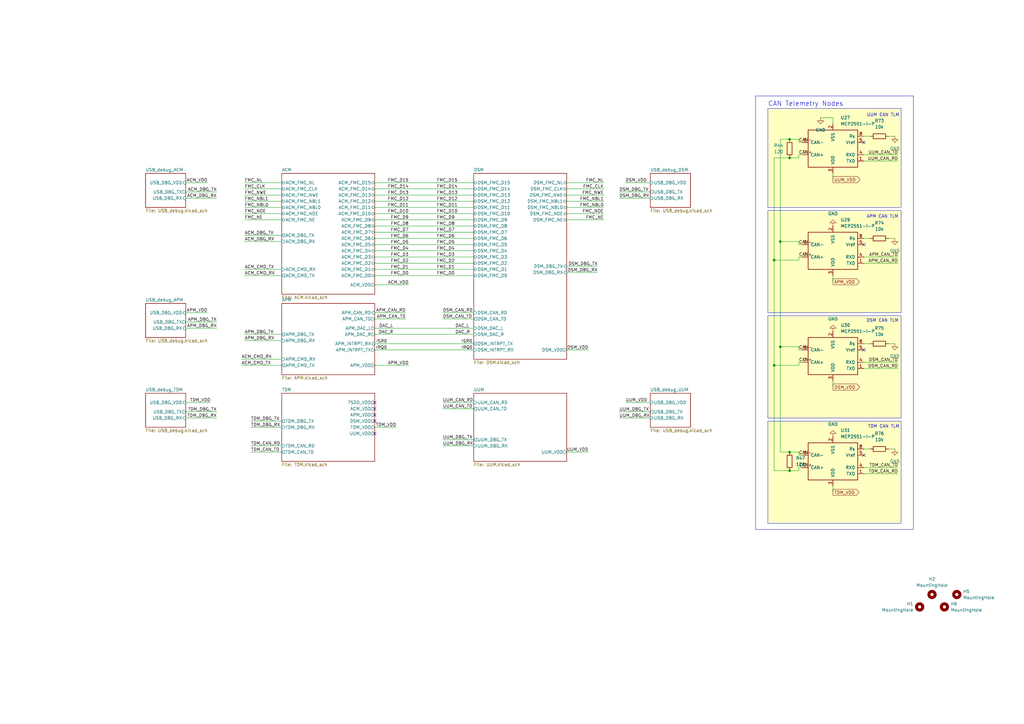
<source format=kicad_sch>
(kicad_sch (version 20250114) (generator "eeschema") (generator_version "9.0")
  (paper "A3")
  (title_block (date "2025-06") (rev "2"))
  (lib_symbols
    (symbol "Device:R" (pin_numbers (hide yes)) (pin_names (offset 0))
      (property "Reference" "R" (at 2.032 0 90))
      (property "Value" "R" (at 0 0 90))
      (symbol "R_0_1"
        (rectangle (start -1.016 -2.54) (end 1.016 2.54) (stroke (width 0.254)))
      )
      (symbol "R_1_1"
        (pin passive line (at 0 3.81 270) (length 1.27) (name "~") (number "1"))
        (pin passive line (at 0 -3.81 90) (length 1.27) (name "~") (number "2"))
      )
    )
    (symbol "Interface_CAN_LIN_pos_neg:MCP2551-I-P" (pin_names (offset 1.016))
      (property "Reference" "U" (at -10.16 8.89 0))
      (property "Value" "MCP2551-I-P" (at 2.54 8.89 0))
      (symbol "MCP2551-I-P_0_1"
        (rectangle (start -10.16 7.62) (end 10.16 -7.62) (stroke (width 0.254)) (fill (type background)))
      )
      (symbol "MCP2551-I-P_1_1"
        (pin input line (at -12.7 5.08 0) (length 2.54) (name "TXD") (number "1"))
        (pin output line (at -12.7 2.54 0) (length 2.54) (name "RXD") (number "4"))
        (pin power_out line (at -12.7 -2.54 0) (length 2.54) (name "Vref") (number "5"))
        (pin input line (at -12.7 -5.08 0) (length 2.54) (name "Rs") (number "8"))
        (pin power_in line (at 0 10.16 270) (length 2.54) (name "VDD") (number "3"))
        (pin power_in line (at 0 -10.16 90) (length 2.54) (name "VSS") (number "2"))
        (pin bidirectional line (at 12.7 2.54 180) (length 2.54) (name "CAN+") (number "7"))
        (pin bidirectional line (at 12.7 -2.54 180) (length 2.54) (name "CAN-") (number "6"))
      )
    )
    (symbol "Mechanical:MountingHole" (pin_names (offset 1.016)) (in_bom no)
      (property "Reference" "H" (at 0 5.08 0))
      (property "Value" "MountingHole" (at 0 3.175 0))
      (symbol "MountingHole_0_1"
        (circle (center 0 0) (radius 1.27) (stroke (width 1.27)))
      )
    )
    (symbol "power:GND" (power) (pin_numbers (hide yes)) (pin_names (offset 0) (hide yes))
      (property "Value" "GND" (at 0 -3.81 0))
      (symbol "GND_0_1"
        (polyline (pts (xy 0 0) (xy 0 -1.27) (xy 1.27 -1.27) (xy 0 -2.54) (xy -1.27 -1.27) (xy 0 -1.27)))
      )
      (symbol "GND_1_1"
        (pin power_in line (at 0 0 270) (length 0) (name "~") (number "1"))
      )
    )
  )
  (rectangle (start 314.96 44.45) (end 369.57 85.09) (fill (type color) (color 255 255 194 1)))
  (rectangle (start 309.88 39.37) (end 374.65 217.17))
  (rectangle (start 314.96 86.36) (end 369.57 128.27) (fill (type color) (color 255 255 194 1)))
  (rectangle (start 314.96 129.54) (end 369.57 171.45) (fill (type color) (color 255 255 194 1)))
  (rectangle (start 314.96 172.72) (end 369.57 214.63) (fill (type color) (color 255 255 194 1)))
  (text "TDM CAN TLM" (at 362.458 175.006 0) (effects (font (size 1.27 1.27))))
  (text "CAN Telemetry Nodes" (at 330.454 42.672 0) (effects (font (size 1.905 1.905))))
  (text "DSM CAN TLM" (at 361.95 131.572 0) (effects (font (size 1.27 1.27))))
  (text "APM CAN TLM" (at 361.95 88.9 0) (effects (font (size 1.27 1.27))))
  (text "UUM CAN TLM" (at 362.204 47.244 0) (effects (font (size 1.27 1.27))))
  (junction (at 317.5 106.68))
  (junction (at 323.85 185.42))
  (junction (at 317.5 149.86))
  (junction (at 323.85 57.15))
  (junction (at 320.04 142.24))
  (junction (at 320.04 99.06))
  (junction (at 323.85 64.77))
  (junction (at 323.85 193.04))
  (no_connect (at 153.67 177.8))
  (no_connect (at 153.67 165.1))
  (no_connect (at 354.33 100.33))
  (no_connect (at 354.33 143.51))
  (no_connect (at 153.67 172.72))
  (no_connect (at 153.67 170.18))
  (no_connect (at 354.33 186.69))
  (no_connect (at 354.33 58.42))
  (no_connect (at 153.67 167.64))
  (wire (pts (xy 102.87 175.26) (xy 115.57 175.26)))
  (wire (pts (xy 88.9 132.08) (xy 76.2 132.08)))
  (wire (pts (xy 354.33 66.04) (xy 368.3 66.04)))
  (wire (pts (xy 153.67 97.79) (xy 194.31 97.79)))
  (wire (pts (xy 245.11 111.76) (xy 232.41 111.76)))
  (wire (pts (xy 162.56 175.26) (xy 153.67 175.26)))
  (wire (pts (xy 88.9 81.28) (xy 76.2 81.28)))
  (wire (pts (xy 327.66 57.15) (xy 327.66 58.42)))
  (wire (pts (xy 167.64 116.84) (xy 153.67 116.84)))
  (wire (pts (xy 327.66 148.59) (xy 328.93 148.59)))
  (wire (pts (xy 254 78.74) (xy 266.7 78.74)))
  (wire (pts (xy 88.9 171.45) (xy 76.2 171.45)))
  (wire (pts (xy 102.87 185.42) (xy 115.57 185.42)))
  (wire (pts (xy 245.11 109.22) (xy 232.41 109.22)))
  (wire (pts (xy 317.5 64.77) (xy 317.5 106.68)))
  (wire (pts (xy 364.49 55.88) (xy 367.03 55.88)))
  (wire (pts (xy 247.65 90.17) (xy 232.41 90.17)))
  (wire (pts (xy 100.33 82.55) (xy 115.57 82.55)))
  (wire (pts (xy 181.61 165.1) (xy 194.31 165.1)))
  (wire (pts (xy 166.37 128.27) (xy 153.67 128.27)))
  (wire (pts (xy 99.06 149.86) (xy 115.57 149.86)))
  (wire (pts (xy 153.67 110.49) (xy 194.31 110.49)))
  (wire (pts (xy 254 171.45) (xy 266.7 171.45)))
  (wire (pts (xy 328.93 100.33) (xy 327.66 100.33)))
  (wire (pts (xy 354.33 97.79) (xy 356.87 97.79)))
  (wire (pts (xy 181.61 128.27) (xy 194.31 128.27)))
  (wire (pts (xy 323.85 57.15) (xy 327.66 57.15)))
  (wire (pts (xy 256.54 74.93) (xy 266.7 74.93)))
  (wire (pts (xy 100.33 113.03) (xy 115.57 113.03)))
  (wire (pts (xy 341.63 73.66) (xy 341.63 71.12)))
  (wire (pts (xy 100.33 87.63) (xy 115.57 87.63)))
  (wire (pts (xy 241.3 143.51) (xy 232.41 143.51)))
  (wire (pts (xy 327.66 142.24) (xy 320.04 142.24)))
  (wire (pts (xy 153.67 105.41) (xy 194.31 105.41)))
  (wire (pts (xy 153.67 95.25) (xy 194.31 95.25)))
  (wire (pts (xy 153.67 100.33) (xy 194.31 100.33)))
  (wire (pts (xy 100.33 139.7) (xy 115.57 139.7)))
  (wire (pts (xy 85.09 74.93) (xy 76.2 74.93)))
  (wire (pts (xy 354.33 194.31) (xy 368.3 194.31)))
  (wire (pts (xy 88.9 168.91) (xy 76.2 168.91)))
  (wire (pts (xy 254 168.91) (xy 266.7 168.91)))
  (wire (pts (xy 254 81.28) (xy 266.7 81.28)))
  (wire (pts (xy 354.33 140.97) (xy 356.87 140.97)))
  (wire (pts (xy 153.67 80.01) (xy 194.31 80.01)))
  (wire (pts (xy 100.33 137.16) (xy 115.57 137.16)))
  (wire (pts (xy 327.66 193.04) (xy 327.66 191.77)))
  (wire (pts (xy 88.9 134.62) (xy 76.2 134.62)))
  (wire (pts (xy 368.3 63.5) (xy 354.33 63.5)))
  (wire (pts (xy 320.04 99.06) (xy 320.04 142.24)))
  (wire (pts (xy 247.65 77.47) (xy 232.41 77.47)))
  (wire (pts (xy 153.67 143.51) (xy 194.31 143.51)))
  (wire (pts (xy 181.61 130.81) (xy 194.31 130.81)))
  (wire (pts (xy 153.67 107.95) (xy 194.31 107.95)))
  (wire (pts (xy 327.66 64.77) (xy 327.66 63.5)))
  (wire (pts (xy 88.9 78.74) (xy 76.2 78.74)))
  (wire (pts (xy 354.33 191.77) (xy 368.3 191.77)))
  (wire (pts (xy 256.54 165.1) (xy 266.7 165.1)))
  (wire (pts (xy 320.04 57.15) (xy 320.04 99.06)))
  (wire (pts (xy 100.33 90.17) (xy 115.57 90.17)))
  (wire (pts (xy 327.66 99.06) (xy 327.66 100.33)))
  (wire (pts (xy 341.63 201.93) (xy 341.63 199.39)))
  (wire (pts (xy 100.33 80.01) (xy 115.57 80.01)))
  (wire (pts (xy 317.5 106.68) (xy 317.5 149.86)))
  (wire (pts (xy 317.5 149.86) (xy 317.5 193.04)))
  (wire (pts (xy 327.66 106.68) (xy 317.5 106.68)))
  (wire (pts (xy 153.67 85.09) (xy 194.31 85.09)))
  (wire (pts (xy 153.67 113.03) (xy 194.31 113.03)))
  (wire (pts (xy 247.65 87.63) (xy 232.41 87.63)))
  (wire (pts (xy 153.67 137.16) (xy 194.31 137.16)))
  (wire (pts (xy 341.63 48.26) (xy 341.63 50.8)))
  (wire (pts (xy 320.04 142.24) (xy 320.04 185.42)))
  (wire (pts (xy 328.93 63.5) (xy 327.66 63.5)))
  (wire (pts (xy 323.85 193.04) (xy 327.66 193.04)))
  (wire (pts (xy 364.49 140.97) (xy 367.03 140.97)))
  (wire (pts (xy 341.63 158.75) (xy 341.63 156.21)))
  (wire (pts (xy 323.85 64.77) (xy 327.66 64.77)))
  (wire (pts (xy 354.33 151.13) (xy 368.3 151.13)))
  (wire (pts (xy 336.55 48.26) (xy 341.63 48.26)))
  (wire (pts (xy 327.66 105.41) (xy 328.93 105.41)))
  (wire (pts (xy 153.67 140.97) (xy 194.31 140.97)))
  (wire (pts (xy 102.87 182.88) (xy 115.57 182.88)))
  (wire (pts (xy 323.85 185.42) (xy 320.04 185.42)))
  (wire (pts (xy 247.65 74.93) (xy 232.41 74.93)))
  (wire (pts (xy 247.65 82.55) (xy 232.41 82.55)))
  (wire (pts (xy 100.33 74.93) (xy 115.57 74.93)))
  (wire (pts (xy 181.61 180.34) (xy 194.31 180.34)))
  (wire (pts (xy 100.33 77.47) (xy 115.57 77.47)))
  (wire (pts (xy 364.49 97.79) (xy 367.03 97.79)))
  (wire (pts (xy 85.09 128.27) (xy 76.2 128.27)))
  (wire (pts (xy 153.67 87.63) (xy 194.31 87.63)))
  (wire (pts (xy 167.64 149.86) (xy 153.67 149.86)))
  (wire (pts (xy 86.36 165.1) (xy 76.2 165.1)))
  (wire (pts (xy 368.3 148.59) (xy 354.33 148.59)))
  (wire (pts (xy 354.33 184.15) (xy 356.87 184.15)))
  (wire (pts (xy 354.33 55.88) (xy 356.87 55.88)))
  (wire (pts (xy 327.66 99.06) (xy 320.04 99.06)))
  (wire (pts (xy 327.66 149.86) (xy 317.5 149.86)))
  (wire (pts (xy 153.67 102.87) (xy 194.31 102.87)))
  (wire (pts (xy 153.67 82.55) (xy 194.31 82.55)))
  (wire (pts (xy 100.33 85.09) (xy 115.57 85.09)))
  (wire (pts (xy 181.61 182.88) (xy 194.31 182.88)))
  (wire (pts (xy 99.06 147.32) (xy 115.57 147.32)))
  (wire (pts (xy 153.67 134.62) (xy 194.31 134.62)))
  (wire (pts (xy 323.85 185.42) (xy 327.66 185.42)))
  (wire (pts (xy 323.85 64.77) (xy 317.5 64.77)))
  (wire (pts (xy 100.33 110.49) (xy 115.57 110.49)))
  (wire (pts (xy 100.33 96.52) (xy 115.57 96.52)))
  (wire (pts (xy 328.93 186.69) (xy 327.66 186.69)))
  (wire (pts (xy 368.3 105.41) (xy 354.33 105.41)))
  (wire (pts (xy 327.66 191.77) (xy 328.93 191.77)))
  (wire (pts (xy 153.67 77.47) (xy 194.31 77.47)))
  (wire (pts (xy 341.63 115.57) (xy 341.63 113.03)))
  (wire (pts (xy 327.66 58.42) (xy 328.93 58.42)))
  (wire (pts (xy 166.37 130.81) (xy 153.67 130.81)))
  (wire (pts (xy 241.3 185.42) (xy 232.41 185.42)))
  (wire (pts (xy 327.66 185.42) (xy 327.66 186.69)))
  (wire (pts (xy 323.85 193.04) (xy 317.5 193.04)))
  (wire (pts (xy 181.61 167.64) (xy 194.31 167.64)))
  (wire (pts (xy 102.87 172.72) (xy 115.57 172.72)))
  (wire (pts (xy 354.33 107.95) (xy 368.3 107.95)))
  (wire (pts (xy 247.65 80.01) (xy 232.41 80.01)))
  (wire (pts (xy 247.65 85.09) (xy 232.41 85.09)))
  (wire (pts (xy 328.93 143.51) (xy 327.66 143.51)))
  (wire (pts (xy 100.33 99.06) (xy 115.57 99.06)))
  (wire (pts (xy 153.67 74.93) (xy 194.31 74.93)))
  (wire (pts (xy 153.67 90.17) (xy 194.31 90.17)))
  (wire (pts (xy 364.49 184.15) (xy 367.03 184.15)))
  (wire (pts (xy 327.66 142.24) (xy 327.66 143.51)))
  (wire (pts (xy 327.66 106.68) (xy 327.66 105.41)))
  (wire (pts (xy 153.67 92.71) (xy 194.31 92.71)))
  (wire (pts (xy 323.85 57.15) (xy 320.04 57.15)))
  (wire (pts (xy 327.66 149.86) (xy 327.66 148.59)))
  (label "FMC_NWE" (at 100.33 80.01 0))
  (label "CAN-" (at 327.66 143.51 0))
  (label "APM_VDD" (at 85.09 128.27 180))
  (label "UUM_CAN_TD" (at 368.3 63.5 180))
  (label "DSM_DBG_RX" (at 254 81.28 0))
  (label "UUM_DBG_RX" (at 254 171.45 0))
  (label "FMC_CLK" (at 100.33 77.47 0))
  (label "ACM_CMD_TX" (at 99.06 149.86 0))
  (label "DSM_DBG_RX" (at 245.11 111.76 180))
  (label "FMC_D15" (at 167.64 74.93 180))
  (label "DAC_L" (at 161.29 134.62 180))
  (label "FMC_D1" (at 167.64 110.49 180))
  (label "ACM_VDD" (at 85.09 74.93 180))
  (label "FMC_NBL0" (at 100.33 85.09 0))
  (label "FMC_D3" (at 179.07 105.41 0))
  (label "CAN-" (at 327.66 186.69 0))
  (label "TDM_CAN_TD" (at 368.3 191.77 180))
  (label "DSM_CAN_TD" (at 368.3 148.59 180))
  (label "TDM_VDD" (at 162.56 175.26 180))
  (label "TDM_VDD" (at 86.36 165.1 180))
  (label "APM_DBG_RX" (at 100.33 139.7 0))
  (label "FMC_D15" (at 179.07 74.93 0))
  (label "APM_DBG_RX" (at 88.9 134.62 180))
  (label "FMC_NBL1" (at 100.33 82.55 0))
  (label "FMC_D6" (at 179.07 97.79 0))
  (label "TDM_DBG_RX" (at 102.87 175.26 0))
  (label "UUM_DBG_TX" (at 254 168.91 0))
  (label "TDM_DBG_TX" (at 88.9 168.91 180))
  (label "DAC_L" (at 186.69 134.62 0))
  (label "TDM_CAN_RD" (at 102.87 182.88 0))
  (label "FMC_NE" (at 100.33 90.17 0))
  (label "FMC_D0" (at 167.64 113.03 180))
  (label "APM_DBG_TX" (at 100.33 137.16 0))
  (label "FMC_D14" (at 167.64 77.47 180))
  (label "FMC_D11" (at 179.07 85.09 0))
  (label "FMC_D1" (at 179.07 110.49 0))
  (label "FMC_D6" (at 167.64 97.79 180))
  (label "CAN+" (at 327.66 148.59 0))
  (label "FMC_D5" (at 167.64 100.33 180))
  (label "CAN+" (at 327.66 191.77 0))
  (label "FMC_D14" (at 179.07 77.47 0))
  (label "FMC_CLK" (at 247.65 77.47 180))
  (label "UUM_CAN_RD" (at 181.61 165.1 0))
  (label "FMC_NOE" (at 100.33 87.63 0))
  (label "TDM_CAN_RD" (at 368.3 194.31 180))
  (label "ISR0" (at 158.75 140.97 180))
  (label "DAC_R" (at 186.69 137.16 0))
  (label "FMC_NL" (at 247.65 74.93 180))
  (label "FMC_D10" (at 167.64 87.63 180))
  (label "FMC_D8" (at 179.07 92.71 0))
  (label "UUM_CAN_TD" (at 181.61 167.64 0))
  (label "DAC_R" (at 161.29 137.16 180))
  (label "CAN+" (at 327.66 105.41 0))
  (label "FMC_D4" (at 179.07 102.87 0))
  (label "TDM_DBG_RX" (at 88.9 171.45 180))
  (label "APM_CAN_TD" (at 166.37 130.81 180))
  (label "FMC_D12" (at 167.64 82.55 180))
  (label "ACM_DBG_RX" (at 100.33 99.06 0))
  (label "DSM_VDD" (at 241.3 143.51 180))
  (label "FMC_D9" (at 167.64 90.17 180))
  (label "FMC_D5" (at 179.07 100.33 0))
  (label "APM_VDD" (at 167.64 149.86 180))
  (label "FMC_NOE" (at 247.65 87.63 180))
  (label "UUM_DBG_TX" (at 181.61 180.34 0))
  (label "FMC_NWE" (at 247.65 80.01 180))
  (label "DSM_CAN_TD" (at 181.61 130.81 0))
  (label "APM_DBG_TX" (at 88.9 132.08 180))
  (label "FMC_NE" (at 247.65 90.17 180))
  (label "FMC_D12" (at 179.07 82.55 0))
  (label "FMC_NBL0" (at 247.65 85.09 180))
  (label "DSM_CAN_RD" (at 181.61 128.27 0))
  (label "ACM_VDD" (at 167.64 116.84 180))
  (label "FMC_D8" (at 167.64 92.71 180))
  (label "FMC_D13" (at 167.64 80.01 180))
  (label "ACM_CMD_RX" (at 100.33 113.03 0))
  (label "IRQ0" (at 189.23 143.51 0))
  (label "DSM_VDD" (at 256.54 74.93 0))
  (label "FMC_D10" (at 179.07 87.63 0))
  (label "FMC_NBL1" (at 247.65 82.55 180))
  (label "APM_CAN_RD" (at 368.3 107.95 180))
  (label "ISR0" (at 189.23 140.97 0))
  (label "FMC_D2" (at 179.07 107.95 0))
  (label "TDM_CAN_TD" (at 102.87 185.42 0))
  (label "ACM_CMD_RX" (at 99.06 147.32 0))
  (label "DSM_CAN_RD" (at 368.3 151.13 180))
  (label "FMC_D4" (at 167.64 102.87 180))
  (label "CAN-" (at 327.66 58.42 0))
  (label "APM_CAN_TD" (at 368.3 105.41 180))
  (label "UUM_CAN_RD" (at 368.3 66.04 180))
  (label "CAN+" (at 327.66 63.5 0))
  (label "FMC_NL" (at 100.33 74.93 0))
  (label "UUM_VDD" (at 256.54 165.1 0))
  (label "ACM_DBG_RX" (at 88.9 81.28 180))
  (label "ACM_DBG_TX" (at 88.9 78.74 180))
  (label "UUM_VDD" (at 241.3 185.42 180))
  (label "IRQ0" (at 158.75 143.51 180))
  (label "CAN-" (at 327.66 100.33 0))
  (label "FMC_D13" (at 179.07 80.01 0))
  (label "ACM_CMD_TX" (at 100.33 110.49 0))
  (label "FMC_D7" (at 179.07 95.25 0))
  (label "FMC_D11" (at 167.64 85.09 180))
  (label "DSM_DBG_TX" (at 245.11 109.22 180))
  (label "TDM_DBG_TX" (at 102.87 172.72 0))
  (label "UUM_DBG_RX" (at 181.61 182.88 0))
  (label "FMC_D2" (at 167.64 107.95 180))
  (label "FMC_D3" (at 167.64 105.41 180))
  (label "APM_CAN_RD" (at 166.37 128.27 180))
  (label "FMC_D0" (at 179.07 113.03 0))
  (label "FMC_D7" (at 167.64 95.25 180))
  (label "FMC_D9" (at 179.07 90.17 0))
  (label "DSM_DBG_TX" (at 254 78.74 0))
  (label "ACM_DBG_TX" (at 100.33 96.52 0))
  (global_label "APM_VDD" (shape output) (at 341.63 115.57 0) (property "Intersheetrefs" "${INTERSHEET_REFS}" (effects (hide yes))))
  (global_label "DSM_VDD" (shape output) (at 341.63 158.75 0) (property "Intersheetrefs" "${INTERSHEET_REFS}" (effects (hide yes))))
  (global_label "UUM_VDD" (shape output) (at 341.63 73.66 0) (property "Intersheetrefs" "${INTERSHEET_REFS}" (effects (hide yes))))
  (global_label "TDM_VDD" (shape output) (at 341.63 201.93 0) (property "Intersheetrefs" "${INTERSHEET_REFS}" (effects (hide yes))))
  (symbol (lib_id "Interface_CAN_LIN_pos_neg:MCP2551-I-P") (at 341.63 189.23 180) (unit 1)
    (property "Reference" "U31" (at 344.7481 176.53 0) (effects (justify right)))
    (property "Value" "MCP2551-I-P" (at 344.7481 179.07 0) (effects (justify right)))
    (property "Footprint" "Package_DIP:DIP-8_W7.62mm" (effects (hide yes)))
    (property "Datasheet" "http://ww1.microchip.com/downloads/en/devicedoc/21667d.pdf" (effects (hide yes)))
    (property "Description" "High-Speed CAN Transceiver, 1Mbps, 5V supply, DIP-8" (effects (hide yes)))
  )
  (symbol (lib_id "Interface_CAN_LIN_pos_neg:MCP2551-I-P") (at 341.63 60.96 180) (unit 1)
    (property "Reference" "U27" (at 344.7481 48.26 0) (effects (justify right)))
    (property "Value" "MCP2551-I-P" (at 344.7481 50.8 0) (effects (justify right)))
    (property "Footprint" "Package_DIP:DIP-8_W7.62mm" (effects (hide yes)))
    (property "Datasheet" "http://ww1.microchip.com/downloads/en/devicedoc/21667d.pdf" (effects (hide yes)))
    (property "Description" "High-Speed CAN Transceiver, 1Mbps, 5V supply, DIP-8" (effects (hide yes)))
  )
  (symbol (lib_id "power:GND") (at 367.03 184.15 0) (unit 1)
    (property "Reference" "#PWR0172" (effects (hide yes)))
    (property "Value" "GND" (at 367.03 189.23 0))
    (property "Description" "Power symbol creates a global label with name \"GND\" , ground" (effects (hide yes)))
  )
  (symbol (lib_id "Device:R") (at 360.68 97.79 90) (unit 1)
    (property "Reference" "R74" (at 360.68 91.44 90))
    (property "Value" "10k" (at 360.68 93.98 90))
    (property "Footprint" "Resistor_SMD:R_0805_2012Metric_Pad1.20x1.40mm_HandSolder" (effects (hide yes)))
    (property "Description" "Resistor" (effects (hide yes)))
    (property "DigiKey_Part_Number" "311-10.0KCRCT-ND" (effects (hide yes)))
    (property "Price" "0.0129" (effects (hide yes)))
  )
  (symbol (lib_id "power:GND") (at 367.03 97.79 0) (unit 1)
    (property "Reference" "#PWR0170" (effects (hide yes)))
    (property "Value" "GND" (at 367.03 102.87 0))
    (property "Description" "Power symbol creates a global label with name \"GND\" , ground" (effects (hide yes)))
  )
  (symbol (lib_id "Mechanical:MountingHole") (at 392.43 243.84 0) (unit 1) (in_bom no)
    (property "Reference" "H5" (at 394.97 242.5699 0) (effects (justify left)))
    (property "Value" "MountingHole" (at 394.97 245.1099 0) (effects (justify left)))
    (property "Footprint" "MountingHole:MountingHole_3.2mm_M3" (effects (hide yes)))
    (property "Description" "Mounting Hole without connection" (effects (hide yes)))
  )
  (symbol (lib_id "power:GND") (at 341.63 135.89 180) (unit 1)
    (property "Reference" "#PWR0124" (effects (hide yes)))
    (property "Value" "GND" (at 341.63 130.81 0))
    (property "Description" "Power symbol creates a global label with name \"GND\" , ground" (effects (hide yes)))
  )
  (symbol (lib_id "Device:R") (at 360.68 55.88 90) (unit 1)
    (property "Reference" "R73" (at 360.68 49.53 90))
    (property "Value" "10k" (at 360.68 52.07 90))
    (property "Footprint" "Resistor_SMD:R_0805_2012Metric_Pad1.20x1.40mm_HandSolder" (effects (hide yes)))
    (property "Description" "Resistor" (effects (hide yes)))
    (property "DigiKey_Part_Number" "311-10.0KCRCT-ND" (effects (hide yes)))
    (property "Price" "0.0129" (effects (hide yes)))
  )
  (symbol (lib_id "Mechanical:MountingHole") (at 387.35 248.92 0) (unit 1) (in_bom no)
    (property "Reference" "H6" (at 389.89 247.6499 0) (effects (justify left)))
    (property "Value" "MountingHole" (at 389.89 250.1899 0) (effects (justify left)))
    (property "Footprint" "MountingHole:MountingHole_3.2mm_M3" (effects (hide yes)))
    (property "Description" "Mounting Hole without connection" (effects (hide yes)))
  )
  (symbol (lib_id "power:GND") (at 367.03 140.97 0) (unit 1)
    (property "Reference" "#PWR0171" (effects (hide yes)))
    (property "Value" "GND" (at 367.03 146.05 0))
    (property "Description" "Power symbol creates a global label with name \"GND\" , ground" (effects (hide yes)))
  )
  (symbol (lib_id "Mechanical:MountingHole") (at 382.27 243.84 0) (unit 1) (in_bom no)
    (property "Reference" "H2" (at 382.27 237.49 0))
    (property "Value" "MountingHole" (at 382.27 240.03 0))
    (property "Footprint" "MountingHole:MountingHole_3.2mm_M3" (effects (hide yes)))
    (property "Description" "Mounting Hole without connection" (effects (hide yes)))
  )
  (symbol (lib_id "power:GND") (at 341.63 92.71 180) (unit 1)
    (property "Reference" "#PWR0123" (effects (hide yes)))
    (property "Value" "GND" (at 341.63 87.63 0))
    (property "Description" "Power symbol creates a global label with name \"GND\" , ground" (effects (hide yes)))
  )
  (symbol (lib_id "power:GND") (at 336.55 48.26 0) (unit 1)
    (property "Reference" "#PWR0122" (effects (hide yes)))
    (property "Value" "GND" (at 336.55 53.34 0))
    (property "Description" "Power symbol creates a global label with name \"GND\" , ground" (effects (hide yes)))
  )
  (symbol (lib_id "Interface_CAN_LIN_pos_neg:MCP2551-I-P") (at 341.63 102.87 180) (unit 1)
    (property "Reference" "U29" (at 344.7481 90.17 0) (effects (justify right)))
    (property "Value" "MCP2551-I-P" (at 344.7481 92.71 0) (effects (justify right)))
    (property "Footprint" "Package_DIP:DIP-8_W7.62mm" (effects (hide yes)))
    (property "Datasheet" "http://ww1.microchip.com/downloads/en/devicedoc/21667d.pdf" (effects (hide yes)))
    (property "Description" "High-Speed CAN Transceiver, 1Mbps, 5V supply, DIP-8" (effects (hide yes)))
  )
  (symbol (lib_id "Device:R") (at 323.85 189.23 0) (unit 1)
    (property "Reference" "R47" (at 326.39 187.9599 0) (effects (justify left)))
    (property "Value" "120" (at 326.39 190.4999 0) (effects (justify left)))
    (property "Footprint" "Resistor_SMD:R_0805_2012Metric_Pad1.20x1.40mm_HandSolder" (effects (hide yes)))
    (property "Description" "Resistor" (effects (hide yes)))
    (property "DigiKey_Part_Number" "311-10.0KCRCT-ND" (effects (hide yes)))
    (property "Price" "0.0129" (effects (hide yes)))
  )
  (symbol (lib_id "power:GND") (at 367.03 55.88 0) (unit 1)
    (property "Reference" "#PWR0169" (effects (hide yes)))
    (property "Value" "GND" (at 367.03 60.96 0))
    (property "Description" "Power symbol creates a global label with name \"GND\" , ground" (effects (hide yes)))
  )
  (symbol (lib_id "Device:R") (at 323.85 60.96 0) (mirror x) (unit 1)
    (property "Reference" "R44" (at 321.31 59.6899 0) (effects (justify right)))
    (property "Value" "120" (at 321.31 62.2299 0) (effects (justify right)))
    (property "Footprint" "Resistor_SMD:R_0805_2012Metric_Pad1.20x1.40mm_HandSolder" (effects (hide yes)))
    (property "Description" "Resistor" (effects (hide yes)))
    (property "DigiKey_Part_Number" "311-10.0KCRCT-ND" (effects (hide yes)))
    (property "Price" "0.0129" (effects (hide yes)))
  )
  (symbol (lib_id "Device:R") (at 360.68 184.15 90) (unit 1)
    (property "Reference" "R76" (at 360.68 177.8 90))
    (property "Value" "10k" (at 360.68 180.34 90))
    (property "Footprint" "Resistor_SMD:R_0805_2012Metric_Pad1.20x1.40mm_HandSolder" (effects (hide yes)))
    (property "Description" "Resistor" (effects (hide yes)))
    (property "DigiKey_Part_Number" "311-10.0KCRCT-ND" (effects (hide yes)))
    (property "Price" "0.0129" (effects (hide yes)))
  )
  (symbol (lib_id "Interface_CAN_LIN_pos_neg:MCP2551-I-P") (at 341.63 146.05 180) (unit 1)
    (property "Reference" "U30" (at 344.7481 133.35 0) (effects (justify right)))
    (property "Value" "MCP2551-I-P" (at 344.7481 135.89 0) (effects (justify right)))
    (property "Footprint" "Package_DIP:DIP-8_W7.62mm" (effects (hide yes)))
    (property "Datasheet" "http://ww1.microchip.com/downloads/en/devicedoc/21667d.pdf" (effects (hide yes)))
    (property "Description" "High-Speed CAN Transceiver, 1Mbps, 5V supply, DIP-8" (effects (hide yes)))
  )
  (symbol (lib_id "Device:R") (at 360.68 140.97 90) (unit 1)
    (property "Reference" "R75" (at 360.68 134.62 90))
    (property "Value" "10k" (at 360.68 137.16 90))
    (property "Footprint" "Resistor_SMD:R_0805_2012Metric_Pad1.20x1.40mm_HandSolder" (effects (hide yes)))
    (property "Description" "Resistor" (effects (hide yes)))
    (property "DigiKey_Part_Number" "311-10.0KCRCT-ND" (effects (hide yes)))
    (property "Price" "0.0129" (effects (hide yes)))
  )
  (symbol (lib_id "Mechanical:MountingHole") (at 377.19 248.92 0) (unit 1) (in_bom no)
    (property "Reference" "H1" (at 374.65 247.6499 0) (effects (justify right)))
    (property "Value" "MountingHole" (at 374.65 250.1899 0) (effects (justify right)))
    (property "Footprint" "MountingHole:MountingHole_3.2mm_M3" (effects (hide yes)))
    (property "Description" "Mounting Hole without connection" (effects (hide yes)))
  )
  (symbol (lib_id "power:GND") (at 341.63 179.07 180) (unit 1)
    (property "Reference" "#PWR0125" (effects (hide yes)))
    (property "Value" "GND" (at 341.63 173.99 0))
    (property "Description" "Power symbol creates a global label with name \"GND\" , ground" (effects (hide yes)))
  )
  (sheet (at 115.57 124.46) (size 38.1 29.21) (stroke (width 0.1524))
    (property "Sheetname" "APM" (at 115.57 123.7484 0) (effects (justify left bottom)))
    (property "Sheetfile" "APM.kicad_sch" (at 115.57 154.2546 0) (effects (justify left top)))
    (pin "APM_CMD_TX" output (at 115.57 149.86 180))
    (pin "APM_CMD_RX" input (at 115.57 147.32 180))
    (pin "APM_INTRPT_RX" input (at 153.67 140.97 0))
    (pin "APM_INTRPT_TX" output (at 153.67 143.51 0))
    (pin "APM_CAN_TD" output (at 153.67 130.81 0))
    (pin "APM_CAN_RD" input (at 153.67 128.27 0))
    (pin "APM_DAC_L" output (at 153.67 134.62 0))
    (pin "APM_DAC_R" output (at 153.67 137.16 0))
    (pin "APM_DBG_RX" input (at 115.57 139.7 180))
    (pin "APM_VDD" output (at 153.67 149.86 0))
    (pin "APM_DBG_TX" output (at 115.57 137.16 180))
  )
  (sheet (at 59.69 71.12) (size 16.51 13.97) (stroke (width 0.1524))
    (property "Sheetname" "USB_debug_ACM" (at 59.69 70.4084 0) (effects (justify left bottom)))
    (property "Sheetfile" "USB_debug.kicad_sch" (at 59.69 85.6746 0) (effects (justify left top)))
    (pin "USB_DBG_RX" input (at 76.2 81.28 0))
    (pin "USB_DBG_VDD" input (at 76.2 74.93 0))
    (pin "USB_DBG_TX" output (at 76.2 78.74 0))
  )
  (sheet (at 194.31 71.12) (size 38.1 76.2) (stroke (width 0.1524))
    (property "Sheetname" "DSM" (at 194.31 70.4084 0) (effects (justify left bottom)))
    (property "Sheetfile" "DSM.kicad_sch" (at 194.31 147.9046 0) (effects (justify left top)))
    (pin "DSM_DAC_L" input (at 194.31 134.62 180))
    (pin "DSM_CAN_RD" input (at 194.31 128.27 180))
    (pin "DSM_INTRPT_TX" output (at 194.31 140.97 180))
    (pin "DSM_INTRPT_RX" input (at 194.31 143.51 180))
    (pin "DSM_DAC_R" input (at 194.31 137.16 180))
    (pin "DSM_CAN_TD" output (at 194.31 130.81 180))
    (pin "DSM_FMC_D10" bidirectional (at 194.31 87.63 180))
    (pin "DSM_FMC_D8" bidirectional (at 194.31 92.71 180))
    (pin "DSM_FMC_NBL1" bidirectional (at 232.41 82.55 0))
    (pin "DSM_FMC_D0" bidirectional (at 194.31 113.03 180))
    (pin "DSM_FMC_D11" bidirectional (at 194.31 85.09 180))
    (pin "DSM_FMC_NOE" bidirectional (at 232.41 87.63 0))
    (pin "DSM_FMC_D6" bidirectional (at 194.31 97.79 180))
    (pin "DSM_FMC_D14" bidirectional (at 194.31 77.47 180))
    (pin "DSM_FMC_NBL0" bidirectional (at 232.41 85.09 0))
    (pin "DSM_FMC_D9" bidirectional (at 194.31 90.17 180))
    (pin "DSM_FMC_D7" bidirectional (at 194.31 95.25 180))
    (pin "DSM_FMC_D13" bidirectional (at 194.31 80.01 180))
    (pin "DSM_FMC_D5" bidirectional (at 194.31 100.33 180))
    (pin "DSM_FMC_NL" bidirectional (at 232.41 74.93 0))
    (pin "DSM_FMC_D12" bidirectional (at 194.31 82.55 180))
    (pin "DSM_FMC_D15" bidirectional (at 194.31 74.93 180))
    (pin "DSM_FMC_D1" bidirectional (at 194.31 110.49 180))
    (pin "DSM_FMC_D3" bidirectional (at 194.31 105.41 180))
    (pin "DSM_FMC_D4" bidirectional (at 194.31 102.87 180))
    (pin "DSM_FMC_D2" bidirectional (at 194.31 107.95 180))
    (pin "DSM_FMC_CLK" bidirectional (at 232.41 77.47 0))
    (pin "DSM_FMC_NWE" bidirectional (at 232.41 80.01 0))
    (pin "DSM_FMC_NE" bidirectional (at 232.41 90.17 0))
    (pin "DSM_DBG_TX" input (at 232.41 109.22 0))
    (pin "DSM_DBG_RX" input (at 232.41 111.76 0))
    (pin "DSM_VDD" output (at 232.41 143.51 0))
  )
  (sheet (at 115.57 161.29) (size 38.1 27.94) (stroke (width 0.1524))
    (property "Sheetname" "TDM" (at 115.57 160.5784 0) (effects (justify left bottom)))
    (property "Sheetfile" "TDM.kicad_sch" (at 115.57 189.8146 0) (effects (justify left top)))
    (pin "TDM_CAN_TD" output (at 115.57 185.42 180))
    (pin "TDM_CAN_RD" input (at 115.57 182.88 180))
    (pin "UUM_VDD" output (at 153.67 177.8 0))
    (pin "ACM_VDD" output (at 153.67 167.64 0))
    (pin "7SDD_VDD" output (at 153.67 165.1 0))
    (pin "TDM_VDD" output (at 153.67 175.26 0))
    (pin "APM_VDD" output (at 153.67 170.18 0))
    (pin "DSM_VDD" output (at 153.67 172.72 0))
    (pin "TDM_DBG_RX" input (at 115.57 175.26 180))
    (pin "TDM_DBG_TX" output (at 115.57 172.72 180))
  )
  (sheet (at 266.7 71.12) (size 16.51 13.97) (stroke (width 0.1524))
    (property "Sheetname" "USB_debug_DSM" (at 266.7 70.4084 0) (effects (justify left bottom)))
    (property "Sheetfile" "USB_debug.kicad_sch" (at 266.7 85.6746 0) (effects (justify left top)))
    (pin "USB_DBG_RX" input (at 266.7 81.28 180))
    (pin "USB_DBG_VDD" input (at 266.7 74.93 180))
    (pin "USB_DBG_TX" output (at 266.7 78.74 180))
  )
  (sheet (at 115.57 71.12) (size 38.1 49.53) (stroke (width 0.1524))
    (property "Sheetname" "ACM" (at 115.57 70.4084 0) (effects (justify left bottom)))
    (property "Sheetfile" "ACM.kicad_sch" (at 115.57 121.2346 0) (effects (justify left top)))
    (pin "ACM_FMC_D4" bidirectional (at 153.67 102.87 0))
    (pin "ACM_FMC_NE" bidirectional (at 115.57 90.17 180))
    (pin "ACM_FMC_D1" bidirectional (at 153.67 110.49 0))
    (pin "ACM_FMC_D12" bidirectional (at 153.67 82.55 0))
    (pin "ACM_FMC_NL" bidirectional (at 115.57 74.93 180))
    (pin "ACM_FMC_NBL1" bidirectional (at 115.57 82.55 180))
    (pin "ACM_FMC_NOE" bidirectional (at 115.57 87.63 180))
    (pin "ACM_FMC_D8" bidirectional (at 153.67 92.71 0))
    (pin "ACM_CMD_TX" output (at 115.57 113.03 180))
    (pin "ACM_FMC_D14" bidirectional (at 153.67 77.47 0))
    (pin "ACM_FMC_D0" bidirectional (at 153.67 113.03 0))
    (pin "ACM_CMD_RX" input (at 115.57 110.49 180))
    (pin "ACM_FMC_D3" bidirectional (at 153.67 105.41 0))
    (pin "ACM_FMC_D2" bidirectional (at 153.67 107.95 0))
    (pin "ACM_FMC_D10" bidirectional (at 153.67 87.63 0))
    (pin "ACM_FMC_D15" bidirectional (at 153.67 74.93 0))
    (pin "ACM_FMC_D13" bidirectional (at 153.67 80.01 0))
    (pin "ACM_FMC_D6" bidirectional (at 153.67 97.79 0))
    (pin "ACM_FMC_CLK" bidirectional (at 115.57 77.47 180))
    (pin "ACM_FMC_NBL0" bidirectional (at 115.57 85.09 180))
    (pin "ACM_FMC_NWE" bidirectional (at 115.57 80.01 180))
    (pin "ACM_FMC_D9" bidirectional (at 153.67 90.17 0))
    (pin "ACM_FMC_D7" bidirectional (at 153.67 95.25 0))
    (pin "ACM_FMC_D5" bidirectional (at 153.67 100.33 0))
    (pin "ACM_FMC_D11" bidirectional (at 153.67 85.09 0))
    (pin "ACM_DBG_TX" output (at 115.57 96.52 180))
    (pin "ACM_DBG_RX" input (at 115.57 99.06 180))
    (pin "ACM_VDD" output (at 153.67 116.84 0))
  )
  (sheet (at 59.69 124.46) (size 16.51 13.97) (stroke (width 0.1524))
    (property "Sheetname" "USB_debug_APM" (at 59.69 123.7484 0) (effects (justify left bottom)))
    (property "Sheetfile" "USB_debug.kicad_sch" (at 59.69 139.0146 0) (effects (justify left top)))
    (pin "USB_DBG_RX" input (at 76.2 134.62 0))
    (pin "USB_DBG_VDD" input (at 76.2 128.27 0))
    (pin "USB_DBG_TX" output (at 76.2 132.08 0))
  )
  (sheet (at 194.31 161.29) (size 38.1 27.94) (stroke (width 0.1524))
    (property "Sheetname" "UUM" (at 194.31 160.5784 0) (effects (justify left bottom)))
    (property "Sheetfile" "UUM.kicad_sch" (at 194.31 189.8146 0) (effects (justify left top)))
    (pin "UUM_CAN_RD" input (at 194.31 165.1 180))
    (pin "UUM_CAN_TD" output (at 194.31 167.64 180))
    (pin "UUM_DBG_RX" input (at 194.31 182.88 180))
    (pin "UUM_DBG_TX" output (at 194.31 180.34 180))
    (pin "UUM_VDD" output (at 232.41 185.42 0))
  )
  (sheet (at 59.69 161.29) (size 16.51 13.97) (stroke (width 0.1524))
    (property "Sheetname" "USB_debug_TDM" (at 59.69 160.5784 0) (effects (justify left bottom)))
    (property "Sheetfile" "USB_debug.kicad_sch" (at 59.69 175.8446 0) (effects (justify left top)))
    (pin "USB_DBG_RX" input (at 76.2 171.45 0))
    (pin "USB_DBG_VDD" input (at 76.2 165.1 0))
    (pin "USB_DBG_TX" output (at 76.2 168.91 0))
  )
  (sheet (at 266.7 161.29) (size 16.51 13.97) (stroke (width 0.1524))
    (property "Sheetname" "USB_debug_UUM" (at 266.7 160.5784 0) (effects (justify left bottom)))
    (property "Sheetfile" "USB_debug.kicad_sch" (at 266.7 175.8446 0) (effects (justify left top)))
    (pin "USB_DBG_RX" input (at 266.7 171.45 180))
    (pin "USB_DBG_VDD" input (at 266.7 165.1 180))
    (pin "USB_DBG_TX" output (at 266.7 168.91 180))
  )
)
</source>
